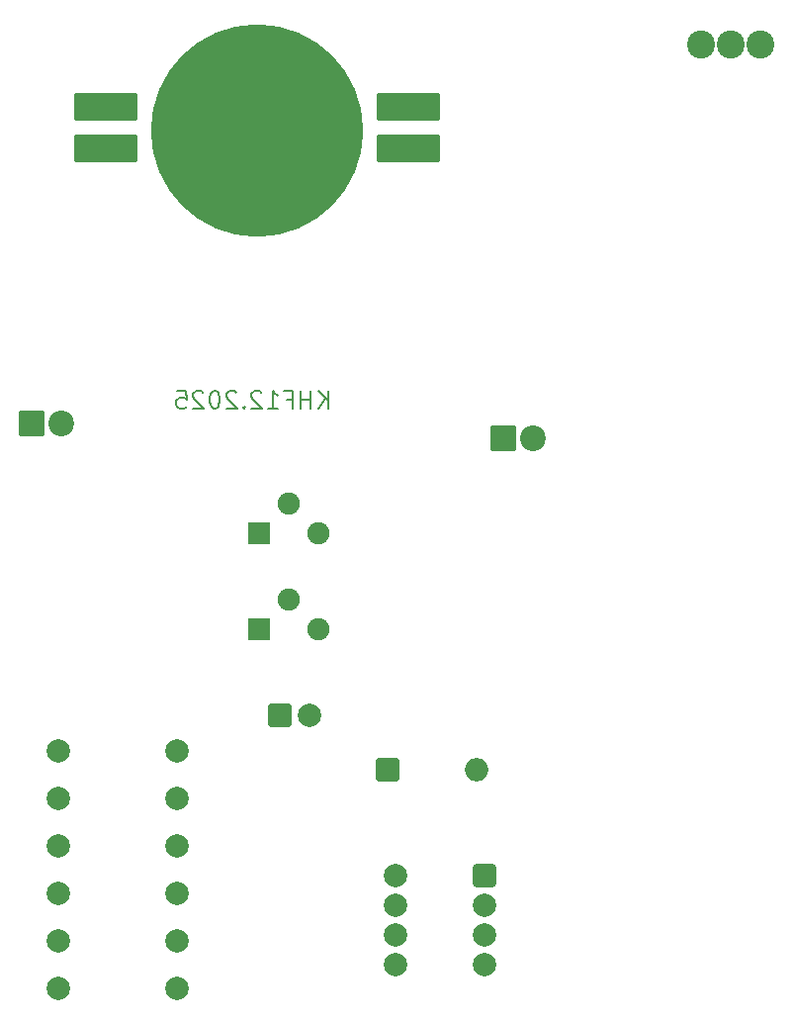
<source format=gbr>
%TF.GenerationSoftware,KiCad,Pcbnew,9.0.6*%
%TF.CreationDate,2025-12-06T15:38:28+01:00*%
%TF.ProjectId,Jumpo,4a756d70-6f2e-46b6-9963-61645f706362,rev?*%
%TF.SameCoordinates,Original*%
%TF.FileFunction,Soldermask,Bot*%
%TF.FilePolarity,Negative*%
%FSLAX46Y46*%
G04 Gerber Fmt 4.6, Leading zero omitted, Abs format (unit mm)*
G04 Created by KiCad (PCBNEW 9.0.6) date 2025-12-06 15:38:28*
%MOMM*%
%LPD*%
G01*
G04 APERTURE LIST*
G04 Aperture macros list*
%AMRoundRect*
0 Rectangle with rounded corners*
0 $1 Rounding radius*
0 $2 $3 $4 $5 $6 $7 $8 $9 X,Y pos of 4 corners*
0 Add a 4 corners polygon primitive as box body*
4,1,4,$2,$3,$4,$5,$6,$7,$8,$9,$2,$3,0*
0 Add four circle primitives for the rounded corners*
1,1,$1+$1,$2,$3*
1,1,$1+$1,$4,$5*
1,1,$1+$1,$6,$7*
1,1,$1+$1,$8,$9*
0 Add four rect primitives between the rounded corners*
20,1,$1+$1,$2,$3,$4,$5,0*
20,1,$1+$1,$4,$5,$6,$7,0*
20,1,$1+$1,$6,$7,$8,$9,0*
20,1,$1+$1,$8,$9,$2,$3,0*%
G04 Aperture macros list end*
%ADD10C,0.200000*%
%ADD11C,2.200000*%
%ADD12RoundRect,0.200000X-0.900000X-0.900000X0.900000X-0.900000X0.900000X0.900000X-0.900000X0.900000X0*%
%ADD13C,2.000000*%
%ADD14RoundRect,0.200000X-0.800000X-0.800000X0.800000X-0.800000X0.800000X0.800000X-0.800000X0.800000X0*%
%ADD15RoundRect,0.200000X-2.500000X-1.000000X2.500000X-1.000000X2.500000X1.000000X-2.500000X1.000000X0*%
%ADD16C,18.180000*%
%ADD17RoundRect,0.312500X0.687500X0.687500X-0.687500X0.687500X-0.687500X-0.687500X0.687500X-0.687500X0*%
%ADD18C,2.400000*%
%ADD19RoundRect,0.200000X-0.750000X-0.750000X0.750000X-0.750000X0.750000X0.750000X-0.750000X0.750000X0*%
%ADD20C,1.900000*%
%ADD21O,2.000000X2.000000*%
G04 APERTURE END LIST*
D10*
X135111279Y-82606028D02*
X135111279Y-81106028D01*
X134254136Y-82606028D02*
X134896993Y-81748885D01*
X134254136Y-81106028D02*
X135111279Y-81963171D01*
X133611279Y-82606028D02*
X133611279Y-81106028D01*
X133611279Y-81820314D02*
X132754136Y-81820314D01*
X132754136Y-82606028D02*
X132754136Y-81106028D01*
X131539850Y-81820314D02*
X132039850Y-81820314D01*
X132039850Y-82606028D02*
X132039850Y-81106028D01*
X132039850Y-81106028D02*
X131325564Y-81106028D01*
X129968421Y-82606028D02*
X130825564Y-82606028D01*
X130396993Y-82606028D02*
X130396993Y-81106028D01*
X130396993Y-81106028D02*
X130539850Y-81320314D01*
X130539850Y-81320314D02*
X130682707Y-81463171D01*
X130682707Y-81463171D02*
X130825564Y-81534600D01*
X129396993Y-81248885D02*
X129325565Y-81177457D01*
X129325565Y-81177457D02*
X129182708Y-81106028D01*
X129182708Y-81106028D02*
X128825565Y-81106028D01*
X128825565Y-81106028D02*
X128682708Y-81177457D01*
X128682708Y-81177457D02*
X128611279Y-81248885D01*
X128611279Y-81248885D02*
X128539850Y-81391742D01*
X128539850Y-81391742D02*
X128539850Y-81534600D01*
X128539850Y-81534600D02*
X128611279Y-81748885D01*
X128611279Y-81748885D02*
X129468422Y-82606028D01*
X129468422Y-82606028D02*
X128539850Y-82606028D01*
X127896994Y-82463171D02*
X127825565Y-82534600D01*
X127825565Y-82534600D02*
X127896994Y-82606028D01*
X127896994Y-82606028D02*
X127968422Y-82534600D01*
X127968422Y-82534600D02*
X127896994Y-82463171D01*
X127896994Y-82463171D02*
X127896994Y-82606028D01*
X127254136Y-81248885D02*
X127182708Y-81177457D01*
X127182708Y-81177457D02*
X127039851Y-81106028D01*
X127039851Y-81106028D02*
X126682708Y-81106028D01*
X126682708Y-81106028D02*
X126539851Y-81177457D01*
X126539851Y-81177457D02*
X126468422Y-81248885D01*
X126468422Y-81248885D02*
X126396993Y-81391742D01*
X126396993Y-81391742D02*
X126396993Y-81534600D01*
X126396993Y-81534600D02*
X126468422Y-81748885D01*
X126468422Y-81748885D02*
X127325565Y-82606028D01*
X127325565Y-82606028D02*
X126396993Y-82606028D01*
X125468422Y-81106028D02*
X125325565Y-81106028D01*
X125325565Y-81106028D02*
X125182708Y-81177457D01*
X125182708Y-81177457D02*
X125111280Y-81248885D01*
X125111280Y-81248885D02*
X125039851Y-81391742D01*
X125039851Y-81391742D02*
X124968422Y-81677457D01*
X124968422Y-81677457D02*
X124968422Y-82034600D01*
X124968422Y-82034600D02*
X125039851Y-82320314D01*
X125039851Y-82320314D02*
X125111280Y-82463171D01*
X125111280Y-82463171D02*
X125182708Y-82534600D01*
X125182708Y-82534600D02*
X125325565Y-82606028D01*
X125325565Y-82606028D02*
X125468422Y-82606028D01*
X125468422Y-82606028D02*
X125611280Y-82534600D01*
X125611280Y-82534600D02*
X125682708Y-82463171D01*
X125682708Y-82463171D02*
X125754137Y-82320314D01*
X125754137Y-82320314D02*
X125825565Y-82034600D01*
X125825565Y-82034600D02*
X125825565Y-81677457D01*
X125825565Y-81677457D02*
X125754137Y-81391742D01*
X125754137Y-81391742D02*
X125682708Y-81248885D01*
X125682708Y-81248885D02*
X125611280Y-81177457D01*
X125611280Y-81177457D02*
X125468422Y-81106028D01*
X124396994Y-81248885D02*
X124325566Y-81177457D01*
X124325566Y-81177457D02*
X124182709Y-81106028D01*
X124182709Y-81106028D02*
X123825566Y-81106028D01*
X123825566Y-81106028D02*
X123682709Y-81177457D01*
X123682709Y-81177457D02*
X123611280Y-81248885D01*
X123611280Y-81248885D02*
X123539851Y-81391742D01*
X123539851Y-81391742D02*
X123539851Y-81534600D01*
X123539851Y-81534600D02*
X123611280Y-81748885D01*
X123611280Y-81748885D02*
X124468423Y-82606028D01*
X124468423Y-82606028D02*
X123539851Y-82606028D01*
X122182709Y-81106028D02*
X122896995Y-81106028D01*
X122896995Y-81106028D02*
X122968423Y-81820314D01*
X122968423Y-81820314D02*
X122896995Y-81748885D01*
X122896995Y-81748885D02*
X122754138Y-81677457D01*
X122754138Y-81677457D02*
X122396995Y-81677457D01*
X122396995Y-81677457D02*
X122254138Y-81748885D01*
X122254138Y-81748885D02*
X122182709Y-81820314D01*
X122182709Y-81820314D02*
X122111280Y-81963171D01*
X122111280Y-81963171D02*
X122111280Y-82320314D01*
X122111280Y-82320314D02*
X122182709Y-82463171D01*
X122182709Y-82463171D02*
X122254138Y-82534600D01*
X122254138Y-82534600D02*
X122396995Y-82606028D01*
X122396995Y-82606028D02*
X122754138Y-82606028D01*
X122754138Y-82606028D02*
X122896995Y-82534600D01*
X122896995Y-82534600D02*
X122968423Y-82463171D01*
D11*
%TO.C,D1*%
X152640000Y-85200000D03*
D12*
X150100000Y-85200000D03*
%TD*%
%TO.C,D2*%
X109725000Y-83900000D03*
D11*
X112265000Y-83900000D03*
%TD*%
D13*
%TO.C,C1*%
X133500000Y-108900000D03*
D14*
X131000000Y-108900000D03*
%TD*%
D13*
%TO.C,R1off1*%
X122200000Y-111950000D03*
X112040000Y-111950000D03*
%TD*%
%TO.C,R3*%
X122200000Y-132200000D03*
X112040000Y-132200000D03*
%TD*%
D15*
%TO.C,U2*%
X116100000Y-60348000D03*
X116100000Y-56792000D03*
X141994000Y-60348000D03*
X141994000Y-56792000D03*
D16*
X129054000Y-58824000D03*
%TD*%
D17*
%TO.C,U1*%
X148520000Y-122620000D03*
D13*
X148520000Y-125160000D03*
X148520000Y-127700000D03*
X148520000Y-130240000D03*
X140900000Y-130240000D03*
X140900000Y-127700000D03*
X140900000Y-125160000D03*
X140900000Y-122620000D03*
%TD*%
D18*
%TO.C,S1*%
X167020000Y-51500000D03*
X169560000Y-51500000D03*
X172100000Y-51500000D03*
%TD*%
D13*
%TO.C,R7*%
X112040000Y-116000000D03*
X122200000Y-116000000D03*
%TD*%
%TO.C,R6*%
X112040000Y-120050000D03*
X122200000Y-120050000D03*
%TD*%
%TO.C,R5*%
X112040000Y-124100000D03*
X122200000Y-124100000D03*
%TD*%
%TO.C,R4*%
X112040000Y-128150000D03*
X122200000Y-128150000D03*
%TD*%
D19*
%TO.C,T2*%
X129160000Y-101540000D03*
D20*
X131700000Y-99000000D03*
X134240000Y-101540000D03*
%TD*%
D19*
%TO.C,T1*%
X129200000Y-93300000D03*
D20*
X131740000Y-90760000D03*
X134280000Y-93300000D03*
%TD*%
D14*
%TO.C,D3*%
X140200000Y-113500000D03*
D21*
X147820000Y-113500000D03*
%TD*%
M02*

</source>
